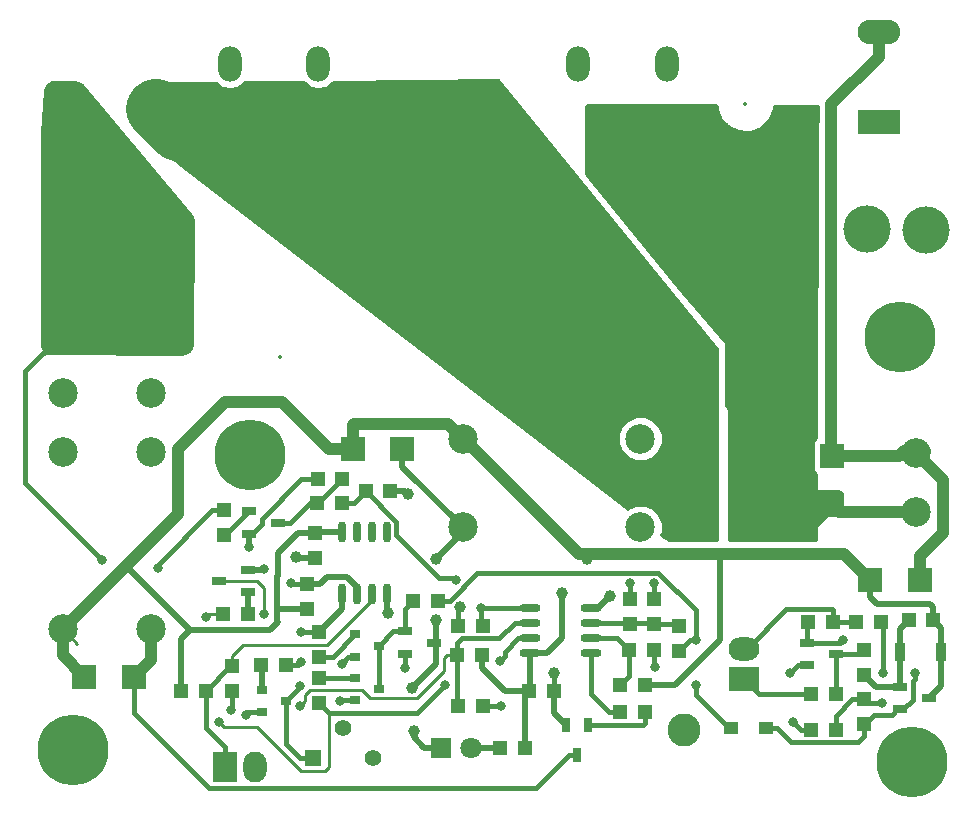
<source format=gbr>
%TF.GenerationSoftware,KiCad,Pcbnew,(6.0.0-rc1-dev-882-gdbc9130da)*%
%TF.CreationDate,2019-10-18T11:57:10+08:00*%
%TF.ProjectId,SoftStartLamp,536F667453746172744C616D702E6B69,rev?*%
%TF.SameCoordinates,Original*%
%TF.FileFunction,Copper,L1,Top,Signal*%
%TF.FilePolarity,Positive*%
%FSLAX46Y46*%
G04 Gerber Fmt 4.6, Leading zero omitted, Abs format (unit mm)*
G04 Created by KiCad (PCBNEW (6.0.0-rc1-dev-882-gdbc9130da)) date 2019/10/18 11:57:10*
%MOMM*%
%LPD*%
G01*
G04 APERTURE LIST*
%ADD10R,1.200000X1.200000*%
%ADD11R,1.250000X0.700000*%
%ADD12R,1.800000X1.800000*%
%ADD13C,1.800000*%
%ADD14C,6.000000*%
%ADD15C,0.800000*%
%ADD16R,2.600000X2.000000*%
%ADD17O,2.600000X2.000000*%
%ADD18R,1.400000X1.400000*%
%ADD19C,1.400000*%
%ADD20O,0.700000X1.800000*%
%ADD21R,2.000000X2.600000*%
%ADD22O,2.000000X2.600000*%
%ADD23C,4.000000*%
%ADD24R,0.900000X0.800000*%
%ADD25R,2.100000X3.600000*%
%ADD26O,2.100000X3.600000*%
%ADD27C,2.500000*%
%ADD28O,1.800000X0.700000*%
%ADD29R,0.700000X1.250000*%
%ADD30R,3.600000X2.100000*%
%ADD31O,3.600000X2.100000*%
%ADD32O,2.000000X3.000000*%
%ADD33R,2.000000X2.000000*%
%ADD34R,0.900000X1.500000*%
%ADD35R,1.250000X1.000000*%
%ADD36C,2.800000*%
%ADD37C,1.000000*%
%ADD38C,0.508000*%
%ADD39C,0.254000*%
%ADD40C,1.016000*%
%ADD41C,0.381000*%
%ADD42C,5.080000*%
%ADD43C,0.350000*%
%ADD44O,0.800000X1.800000*%
G04 APERTURE END LIST*
D10*
X75692000Y-82042000D03*
X77792000Y-82042000D03*
X64101000Y-99949000D03*
X66201000Y-99949000D03*
X69757000Y-93472000D03*
X67657000Y-93472000D03*
X67725000Y-84675000D03*
X67725000Y-86775000D03*
D11*
X67330000Y-90678000D03*
X69830000Y-89728000D03*
X69830000Y-91628000D03*
X72370000Y-85725000D03*
X69870000Y-86675000D03*
X69870000Y-84775000D03*
D10*
X93252000Y-104775000D03*
X91152000Y-104775000D03*
D12*
X86106000Y-104775000D03*
D13*
X88646000Y-104775000D03*
D14*
X70000000Y-80000000D03*
D15*
X70000000Y-77625000D03*
X67943190Y-78812500D03*
X67943190Y-81187500D03*
X70000000Y-82375000D03*
X72056810Y-81187500D03*
X72056810Y-78812500D03*
D14*
X55000000Y-105000000D03*
D15*
X55000000Y-102625000D03*
X52943190Y-103812500D03*
X52943190Y-106187500D03*
X55000000Y-107375000D03*
X57056810Y-106187500D03*
X57056810Y-103812500D03*
D14*
X125000000Y-70000000D03*
D15*
X125000000Y-67625000D03*
X122943190Y-68812500D03*
X122943190Y-71187500D03*
X125000000Y-72375000D03*
X127056810Y-71187500D03*
X127056810Y-68812500D03*
X128056810Y-104812500D03*
X128056810Y-107187500D03*
X126000000Y-108375000D03*
X123943190Y-107187500D03*
X123943190Y-104812500D03*
X126000000Y-103625000D03*
D14*
X126000000Y-106000000D03*
D16*
X111760000Y-98933000D03*
D17*
X111760000Y-96393000D03*
D18*
X75311000Y-105664000D03*
D19*
X80391000Y-105664000D03*
X77851000Y-103124000D03*
D20*
X77724000Y-86554000D03*
X78994000Y-86554000D03*
X80264000Y-86554000D03*
X81534000Y-86554000D03*
X81534000Y-91754000D03*
X80264000Y-91754000D03*
X78994000Y-91754000D03*
X77724000Y-91754000D03*
D21*
X67818000Y-106426000D03*
D22*
X70358000Y-106426000D03*
D10*
X73025000Y-97790000D03*
X70925000Y-97790000D03*
X87596000Y-101219000D03*
X89696000Y-101219000D03*
X79756000Y-83058000D03*
X81856000Y-83058000D03*
X75819000Y-98899000D03*
X75819000Y-100999000D03*
X75658000Y-84074000D03*
X77758000Y-84074000D03*
X119541000Y-103251000D03*
X117441000Y-103251000D03*
D23*
X57202000Y-60960000D03*
X62202000Y-60960000D03*
X122202000Y-60833000D03*
X127202000Y-60960000D03*
D24*
X71009000Y-99888000D03*
X71009000Y-101788000D03*
X73009000Y-100838000D03*
X78883000Y-98872000D03*
X78883000Y-100772000D03*
X80883000Y-99822000D03*
X78883000Y-95189000D03*
X78883000Y-97089000D03*
X80883000Y-96139000D03*
D25*
X61976000Y-50673000D03*
D26*
X54356000Y-50673000D03*
D27*
X126365000Y-79836000D03*
X126365000Y-84836000D03*
D10*
X68453000Y-97883000D03*
X68453000Y-99983000D03*
X89696000Y-94488000D03*
X87596000Y-94488000D03*
D28*
X93666000Y-96774000D03*
X93666000Y-95504000D03*
X93666000Y-94234000D03*
X93666000Y-92964000D03*
X98866000Y-92964000D03*
X98866000Y-94234000D03*
X98866000Y-95504000D03*
X98866000Y-96774000D03*
D10*
X89603000Y-96901000D03*
X87503000Y-96901000D03*
X74803000Y-92998000D03*
X74803000Y-90898000D03*
X75819000Y-97062000D03*
X75819000Y-94962000D03*
X83786000Y-92329000D03*
X85886000Y-92329000D03*
X102074000Y-96520000D03*
X104174000Y-96520000D03*
X117441000Y-100203000D03*
X119541000Y-100203000D03*
X104140000Y-94268000D03*
X104140000Y-92168000D03*
X121932294Y-98625657D03*
X121932294Y-96525657D03*
X121932294Y-102782657D03*
X121932294Y-100682657D03*
X103412000Y-101727000D03*
X101312000Y-101727000D03*
X123363294Y-94112657D03*
X121263294Y-94112657D03*
X106299000Y-96554000D03*
X106299000Y-94454000D03*
X127830000Y-93980000D03*
X125730000Y-93980000D03*
X103412000Y-99441000D03*
X101312000Y-99441000D03*
D11*
X85578000Y-95885000D03*
X83078000Y-96835000D03*
X83078000Y-94935000D03*
X119606294Y-96840657D03*
X117106294Y-97790657D03*
X117106294Y-95890657D03*
D29*
X97663000Y-105390000D03*
X96713000Y-102890000D03*
X98613000Y-102890000D03*
D11*
X127488000Y-100584000D03*
X124988000Y-101534000D03*
X124988000Y-99634000D03*
D27*
X113011000Y-86113000D03*
X108011000Y-86113000D03*
X103011000Y-86113000D03*
X113011000Y-78613000D03*
X108011000Y-78613000D03*
X103011000Y-78613000D03*
X88011000Y-86113000D03*
X88011000Y-78613000D03*
X61602000Y-69742000D03*
X61602000Y-74742000D03*
X61602000Y-79742000D03*
X54102000Y-69742000D03*
X54102000Y-74742000D03*
X54102000Y-79742000D03*
X61602000Y-94742000D03*
X54102000Y-94742000D03*
D30*
X123190000Y-51816000D03*
D31*
X123190000Y-44196000D03*
D32*
X97759000Y-46863000D03*
X105259000Y-46863000D03*
X75759000Y-46863000D03*
X68259000Y-46863000D03*
D33*
X78672000Y-79502000D03*
X82872000Y-79502000D03*
D34*
X128496000Y-96647000D03*
X124996000Y-96647000D03*
D35*
X110666000Y-103124000D03*
X113616000Y-103124000D03*
D33*
X55939000Y-98806000D03*
X60139000Y-98806000D03*
X119253000Y-80069000D03*
X119253000Y-84269000D03*
X122487000Y-90551000D03*
X126687000Y-90551000D03*
D10*
X75438000Y-88680000D03*
X75438000Y-86580000D03*
X119299294Y-94112657D03*
X117199294Y-94112657D03*
X102108000Y-94302000D03*
X102108000Y-92202000D03*
X93565000Y-99949000D03*
X95665000Y-99949000D03*
D36*
X106680000Y-103251000D03*
D37*
X114998000Y-52070000D03*
X116998000Y-52070000D03*
X109029000Y-52197000D03*
X106997000Y-52197000D03*
X101314000Y-52197000D03*
X104997000Y-52197000D03*
X99314000Y-52197000D03*
X102997000Y-52197000D03*
X96393000Y-91694000D03*
X98459989Y-88815999D03*
X115125000Y-83407000D03*
X111125000Y-83407000D03*
X117125000Y-81407000D03*
X115125000Y-81407000D03*
X117125000Y-83407000D03*
X113125000Y-83407000D03*
X111125000Y-81407000D03*
X113125000Y-81407000D03*
X102997000Y-53975000D03*
X102997000Y-55975000D03*
X104997000Y-53975000D03*
X108997000Y-53975000D03*
X106997000Y-55975000D03*
X106997000Y-53975000D03*
X104997000Y-55975000D03*
X108997000Y-55975000D03*
X101314000Y-55975000D03*
X99314000Y-55975000D03*
X101314000Y-53975000D03*
X99314000Y-53975000D03*
X110998000Y-73533000D03*
X110998000Y-75533000D03*
X112998000Y-73533000D03*
X116998000Y-73533000D03*
X114998000Y-75533000D03*
X114998000Y-73533000D03*
X112998000Y-75533000D03*
X116998000Y-75533000D03*
D15*
X115697000Y-98425000D03*
X104140000Y-90805000D03*
X102108000Y-90805000D03*
X104267000Y-97917000D03*
D37*
X95665000Y-98459000D03*
X100457000Y-91948000D03*
X87757000Y-92837000D03*
X83312000Y-83312000D03*
D15*
X91186000Y-101219000D03*
X77724000Y-97663000D03*
X77597000Y-100838000D03*
X83058000Y-98044000D03*
D37*
X81661000Y-93345000D03*
D15*
X115951000Y-102616000D03*
X69596000Y-101981000D03*
X68326000Y-101600000D03*
D37*
X110998000Y-53975000D03*
X112998000Y-53975000D03*
X114998000Y-53975000D03*
X116998000Y-53975000D03*
X110998000Y-55975000D03*
X112998000Y-55975000D03*
X114998000Y-55975000D03*
X116998000Y-55975000D03*
D15*
X71154000Y-89662000D03*
D37*
X73821000Y-88646000D03*
D15*
X120142000Y-95631000D03*
X123444000Y-100965000D03*
X107696000Y-95631000D03*
X107696000Y-99441000D03*
X126238000Y-98425000D03*
X123571000Y-98425000D03*
D37*
X85725000Y-93980000D03*
X85725000Y-88773000D03*
X83820000Y-103378000D03*
X83693000Y-99695000D03*
D15*
X69884000Y-87757000D03*
X87410000Y-90551000D03*
X89535000Y-92964000D03*
X62137000Y-89535000D03*
X57438000Y-88900000D03*
X73432999Y-90805000D03*
X74168000Y-99568000D03*
X74295000Y-97501000D03*
X74295000Y-94996000D03*
X86487000Y-99441000D03*
X91111002Y-97409000D03*
X66201000Y-93672001D03*
X67344000Y-102616000D03*
X71108998Y-93472000D03*
X74202000Y-101219000D03*
D38*
X128496000Y-99576000D02*
X127488000Y-100584000D01*
X128496000Y-96647000D02*
X128496000Y-99576000D01*
X93666000Y-99848000D02*
X93565000Y-99949000D01*
X93666000Y-96774000D02*
X93666000Y-99848000D01*
X92457000Y-99949000D02*
X93565000Y-99949000D01*
X91543000Y-99949000D02*
X92457000Y-99949000D01*
X89603000Y-98009000D02*
X91543000Y-99949000D01*
X89603000Y-96901000D02*
X89603000Y-98009000D01*
X75464000Y-86554000D02*
X75438000Y-86580000D01*
X77724000Y-86554000D02*
X75464000Y-86554000D01*
D39*
X55351999Y-95991999D02*
X54102000Y-94742000D01*
D38*
X95074000Y-96774000D02*
X96393000Y-95455000D01*
X93666000Y-96774000D02*
X95074000Y-96774000D01*
X96393000Y-95455000D02*
X96393000Y-91694000D01*
X88011000Y-78613000D02*
X98459989Y-88815999D01*
D40*
X89260999Y-79862999D02*
X88011000Y-78613000D01*
X97777001Y-88379001D02*
X89260999Y-79862999D01*
D38*
X109728000Y-95696602D02*
X109728000Y-88379001D01*
X105983602Y-99441000D02*
X109728000Y-95696602D01*
X103412000Y-99441000D02*
X105983602Y-99441000D01*
D40*
X109728000Y-88379001D02*
X97777001Y-88379001D01*
X78672000Y-77486000D02*
X78672000Y-79502000D01*
X78794999Y-77363001D02*
X78672000Y-77486000D01*
X86761001Y-77363001D02*
X78794999Y-77363001D01*
X88011000Y-78613000D02*
X86761001Y-77363001D01*
X54102000Y-96969000D02*
X55939000Y-98806000D01*
X54102000Y-94742000D02*
X54102000Y-96969000D01*
X63868001Y-84975999D02*
X63787001Y-85056999D01*
X63868001Y-79460157D02*
X63868001Y-84975999D01*
X67836159Y-75491999D02*
X63868001Y-79460157D01*
X72645999Y-75491999D02*
X67836159Y-75491999D01*
X76656000Y-79502000D02*
X72645999Y-75491999D01*
X78672000Y-79502000D02*
X76656000Y-79502000D01*
D38*
X93252000Y-100262000D02*
X93565000Y-99949000D01*
X93252000Y-104775000D02*
X93252000Y-100262000D01*
D40*
X120256001Y-88379001D02*
X122301000Y-90424000D01*
X109728000Y-88379001D02*
X120256001Y-88379001D01*
D38*
X127830000Y-92872000D02*
X127830000Y-93980000D01*
X127575999Y-92617999D02*
X127830000Y-92872000D01*
X123045999Y-92617999D02*
X127575999Y-92617999D01*
X122487000Y-92059000D02*
X123045999Y-92617999D01*
X122487000Y-90551000D02*
X122487000Y-92059000D01*
X128496000Y-94646000D02*
X127830000Y-93980000D01*
X128496000Y-96647000D02*
X128496000Y-94646000D01*
D40*
X63787001Y-85056999D02*
X59436000Y-89408000D01*
X59436000Y-89408000D02*
X54102000Y-94742000D01*
D38*
X72316001Y-90202236D02*
X72270998Y-90247239D01*
X72316001Y-88283237D02*
X72316001Y-90202236D01*
X75438000Y-86580000D02*
X74019238Y-86580000D01*
X74019238Y-86580000D02*
X72316001Y-88283237D01*
X73474000Y-92998000D02*
X74803000Y-92998000D01*
X72270998Y-90247239D02*
X72270998Y-91794998D01*
X72270998Y-94148998D02*
X72297000Y-94175000D01*
X72297000Y-94175000D02*
X71637999Y-94834001D01*
X72304998Y-92998000D02*
X72270998Y-92964000D01*
X74803000Y-92998000D02*
X72304998Y-92998000D01*
X72270998Y-91794998D02*
X72270998Y-92964000D01*
X72270998Y-92964000D02*
X72270998Y-94148998D01*
X64862001Y-94834001D02*
X59436000Y-89408000D01*
X71637999Y-94834001D02*
X64862001Y-94834001D01*
X64101000Y-95595002D02*
X64862001Y-94834001D01*
X64101000Y-99949000D02*
X64101000Y-95595002D01*
D40*
X117409000Y-86113000D02*
X119253000Y-84269000D01*
X113011000Y-86113000D02*
X117409000Y-86113000D01*
D41*
X117106294Y-97790657D02*
X116331343Y-97790657D01*
X116331343Y-97790657D02*
X115697000Y-98425000D01*
X104140000Y-92168000D02*
X104140000Y-90805000D01*
X102108000Y-92202000D02*
X102108000Y-90805000D01*
X104174000Y-96520000D02*
X104174000Y-97824000D01*
X104174000Y-97824000D02*
X104267000Y-97917000D01*
D38*
X95665000Y-101842000D02*
X96713000Y-102890000D01*
X95665000Y-99949000D02*
X95665000Y-101842000D01*
D41*
X95665000Y-98459000D02*
X95665000Y-98459000D01*
X95665000Y-98459000D02*
X95631000Y-98425000D01*
X95665000Y-99949000D02*
X95665000Y-98459000D01*
X100457000Y-91948000D02*
X100457000Y-91948000D01*
D38*
X99441000Y-92964000D02*
X100457000Y-91948000D01*
X98866000Y-92964000D02*
X99441000Y-92964000D01*
D41*
X87596000Y-94488000D02*
X87596000Y-92998000D01*
X87596000Y-92998000D02*
X87757000Y-92837000D01*
D38*
X81856000Y-83058000D02*
X83058000Y-83058000D01*
X83058000Y-83058000D02*
X83312000Y-83312000D01*
D41*
X89696000Y-101219000D02*
X91186000Y-101219000D01*
X78883000Y-97089000D02*
X78298000Y-97089000D01*
X78298000Y-97089000D02*
X77724000Y-97663000D01*
X78883000Y-100772000D02*
X77663000Y-100772000D01*
X77663000Y-100772000D02*
X77597000Y-100838000D01*
X83078000Y-96835000D02*
X83078000Y-98024000D01*
X83078000Y-98024000D02*
X83058000Y-98044000D01*
D38*
X81534000Y-91754000D02*
X81534000Y-93218000D01*
X81534000Y-93218000D02*
X81661000Y-93345000D01*
D41*
X117441000Y-103251000D02*
X116586000Y-103251000D01*
X116586000Y-103251000D02*
X115951000Y-102616000D01*
X71009000Y-101788000D02*
X69789000Y-101788000D01*
X69789000Y-101788000D02*
X69596000Y-101981000D01*
X68453000Y-99983000D02*
X68453000Y-101473000D01*
X68453000Y-101473000D02*
X68326000Y-101600000D01*
D40*
X119253000Y-84269000D02*
X116899000Y-84269000D01*
X118042000Y-84269000D02*
X117348000Y-84963000D01*
X119253000Y-84269000D02*
X118042000Y-84269000D01*
X117864106Y-83439000D02*
X119761000Y-83439000D01*
X117832106Y-83407000D02*
X117864106Y-83439000D01*
X117125000Y-83407000D02*
X117832106Y-83407000D01*
X119820000Y-84836000D02*
X119253000Y-84269000D01*
X126365000Y-84836000D02*
X119820000Y-84836000D01*
D39*
X70331000Y-89728000D02*
X71154000Y-89662000D01*
D38*
X74134000Y-88680000D02*
X75438000Y-88680000D01*
X73821000Y-88646000D02*
X74134000Y-88680000D01*
X71088000Y-89728000D02*
X71154000Y-89662000D01*
X69830000Y-89728000D02*
X71088000Y-89728000D01*
D41*
X104106000Y-94234000D02*
X104140000Y-94268000D01*
X98866000Y-94234000D02*
X104106000Y-94234000D01*
X106113000Y-94268000D02*
X106299000Y-94454000D01*
X104140000Y-94268000D02*
X106113000Y-94268000D01*
X121263294Y-94112657D02*
X119299294Y-94112657D01*
X112060000Y-96393000D02*
X111760000Y-96393000D01*
X115384844Y-93068156D02*
X112060000Y-96393000D01*
X119235793Y-93068156D02*
X115384844Y-93068156D01*
X119299294Y-93131657D02*
X119235793Y-93068156D01*
X119299294Y-94112657D02*
X119299294Y-93131657D01*
X119541000Y-102270000D02*
X119541000Y-103251000D01*
X119541000Y-102092951D02*
X119541000Y-102270000D01*
X120951294Y-100682657D02*
X119541000Y-102092951D01*
X121932294Y-100682657D02*
X120951294Y-100682657D01*
X117106294Y-94205657D02*
X117199294Y-94112657D01*
X117106294Y-95890657D02*
X117106294Y-94205657D01*
X117106294Y-95890657D02*
X119882343Y-95890657D01*
X119882343Y-95890657D02*
X120142000Y-95631000D01*
X122214637Y-100965000D02*
X121932294Y-100682657D01*
X123444000Y-100965000D02*
X122214637Y-100965000D01*
D40*
X119185999Y-79815999D02*
X119380000Y-80010000D01*
X119185999Y-74295000D02*
X119185999Y-79815999D01*
X119185999Y-80001999D02*
X119185999Y-74295000D01*
X119253000Y-80069000D02*
X119185999Y-80001999D01*
X125349000Y-79629000D02*
X124909000Y-80069000D01*
X124909000Y-80069000D02*
X119253000Y-80069000D01*
X125349000Y-79629000D02*
X127116766Y-79629000D01*
X127614999Y-81085999D02*
X126365000Y-79836000D01*
X128631001Y-82102001D02*
X127614999Y-81085999D01*
X128631001Y-86590999D02*
X128631001Y-82102001D01*
X126687000Y-88535000D02*
X128631001Y-86590999D01*
X126687000Y-90551000D02*
X126687000Y-88535000D01*
X119185999Y-50266001D02*
X119185999Y-58420000D01*
X123190000Y-46262000D02*
X119185999Y-50266001D01*
X123190000Y-44196000D02*
X123190000Y-46262000D01*
X119185999Y-74295000D02*
X119185999Y-58420000D01*
X61602000Y-97343000D02*
X60139000Y-98806000D01*
X61602000Y-94742000D02*
X61602000Y-97343000D01*
D41*
X60139000Y-100187000D02*
X60139000Y-98806000D01*
X60139000Y-101847102D02*
X60139000Y-100187000D01*
X66462399Y-108170501D02*
X60139000Y-101847102D01*
X94151499Y-108170501D02*
X66462399Y-108170501D01*
X96932000Y-105390000D02*
X94151499Y-108170501D01*
X97663000Y-105390000D02*
X96932000Y-105390000D01*
X110541000Y-103124000D02*
X110666000Y-103124000D01*
X107696000Y-100279000D02*
X110541000Y-103124000D01*
X107696000Y-99441000D02*
X107696000Y-100279000D01*
X107222000Y-95631000D02*
X106299000Y-96554000D01*
X107696000Y-95631000D02*
X107222000Y-95631000D01*
X86867000Y-92329000D02*
X85886000Y-92329000D01*
X89181500Y-90014500D02*
X86867000Y-92329000D01*
X99035270Y-90014500D02*
X89181500Y-90014500D01*
X99089271Y-89960499D02*
X99035270Y-90014500D01*
X104545361Y-89960499D02*
X99089271Y-89960499D01*
X107696000Y-93111138D02*
X104545361Y-89960499D01*
X107696000Y-95631000D02*
X107696000Y-93111138D01*
X123571000Y-94320363D02*
X123363294Y-94112657D01*
X123571000Y-98425000D02*
X123571000Y-94320363D01*
X121932294Y-102782657D02*
X121932294Y-102730706D01*
X121932294Y-102782657D02*
X122007343Y-102782657D01*
X122809000Y-101981000D02*
X124333000Y-101981000D01*
X122007343Y-102782657D02*
X122809000Y-101981000D01*
X124780000Y-101534000D02*
X124333000Y-101981000D01*
X124988000Y-101534000D02*
X124780000Y-101534000D01*
X125263000Y-101534000D02*
X124988000Y-101534000D01*
X126057501Y-100739499D02*
X125263000Y-101534000D01*
X126057501Y-99171184D02*
X126057501Y-100739499D01*
X126238000Y-98990685D02*
X126057501Y-99171184D01*
X126238000Y-98425000D02*
X126238000Y-98990685D01*
X114622000Y-103124000D02*
X113616000Y-103124000D01*
X115793501Y-104295501D02*
X114622000Y-103124000D01*
X121400450Y-104295501D02*
X115793501Y-104295501D01*
X121932294Y-103763657D02*
X121400450Y-104295501D01*
X121932294Y-102782657D02*
X121932294Y-103763657D01*
D38*
X124988000Y-96655000D02*
X124996000Y-96647000D01*
X124988000Y-99634000D02*
X124988000Y-96655000D01*
X124996000Y-94714000D02*
X125730000Y-93980000D01*
X124996000Y-96647000D02*
X124996000Y-94714000D01*
X122940637Y-99634000D02*
X121932294Y-98625657D01*
X124988000Y-99634000D02*
X122940637Y-99634000D01*
X85725000Y-95738000D02*
X85578000Y-95885000D01*
X85725000Y-93980000D02*
X85725000Y-95738000D01*
X87975000Y-86113000D02*
X88011000Y-86113000D01*
X82872000Y-81010000D02*
X87975000Y-86113000D01*
X82872000Y-79502000D02*
X82872000Y-81010000D01*
X88011000Y-86487000D02*
X85725000Y-88773000D01*
X88011000Y-86113000D02*
X88011000Y-86487000D01*
X84698000Y-104775000D02*
X83820000Y-103897000D01*
X86106000Y-104775000D02*
X84698000Y-104775000D01*
X83820000Y-103897000D02*
X83820000Y-103378000D01*
X85725000Y-97663000D02*
X85725000Y-95738000D01*
X83693000Y-99695000D02*
X85725000Y-97663000D01*
X69870000Y-86675000D02*
X69870000Y-87743000D01*
X69870000Y-87743000D02*
X69884000Y-87757000D01*
D41*
X74711000Y-82042000D02*
X75692000Y-82042000D01*
X74277898Y-82042000D02*
X74711000Y-82042000D01*
X70939501Y-85380397D02*
X74277898Y-82042000D01*
X70939501Y-85880499D02*
X70939501Y-85380397D01*
X70145000Y-86675000D02*
X70939501Y-85880499D01*
X69870000Y-86675000D02*
X70145000Y-86675000D01*
X99344000Y-102890000D02*
X98613000Y-102890000D01*
X103230000Y-102890000D02*
X99344000Y-102890000D01*
X103412000Y-102708000D02*
X103230000Y-102890000D01*
X103412000Y-101727000D02*
X103412000Y-102708000D01*
X119541000Y-96905951D02*
X119606294Y-96840657D01*
X119541000Y-100203000D02*
X119541000Y-96905951D01*
X121617294Y-96840657D02*
X121932294Y-96525657D01*
X119606294Y-96840657D02*
X121617294Y-96840657D01*
X83078000Y-93037000D02*
X83786000Y-92329000D01*
X83078000Y-94935000D02*
X83078000Y-93037000D01*
X82087000Y-94935000D02*
X80883000Y-96139000D01*
X83078000Y-94935000D02*
X82087000Y-94935000D01*
X80883000Y-99822000D02*
X80883000Y-96139000D01*
X77010000Y-97062000D02*
X78883000Y-95189000D01*
X76200000Y-97062000D02*
X77010000Y-97062000D01*
X89535000Y-94327000D02*
X89696000Y-94488000D01*
X93666000Y-92964000D02*
X89535000Y-92964000D01*
X89535000Y-92964000D02*
X89535000Y-94327000D01*
X78740000Y-84074000D02*
X79756000Y-83058000D01*
X77758000Y-84074000D02*
X78740000Y-84074000D01*
X82328510Y-86774372D02*
X85978138Y-90424000D01*
X79756000Y-83058000D02*
X82328510Y-85630510D01*
X82328510Y-85630510D02*
X82328510Y-86774372D01*
X85978138Y-90424000D02*
X87283000Y-90424000D01*
X87283000Y-90424000D02*
X87410000Y-90551000D01*
D39*
X80264000Y-92304000D02*
X80264000Y-91754000D01*
X76487001Y-96080999D02*
X80264000Y-92304000D01*
X69401001Y-96080999D02*
X76487001Y-96080999D01*
X68453000Y-97029000D02*
X69401001Y-96080999D01*
X68453000Y-97883000D02*
X68453000Y-97029000D01*
D41*
X68267000Y-97883000D02*
X66201000Y-99949000D01*
X68453000Y-97883000D02*
X68267000Y-97883000D01*
X67818000Y-106426000D02*
X67818000Y-104745000D01*
X67818000Y-104745000D02*
X66201000Y-103128000D01*
X66201000Y-103128000D02*
X66201000Y-100930000D01*
X66201000Y-100930000D02*
X66201000Y-99949000D01*
D42*
X87096242Y-52578000D02*
X88469252Y-53951010D01*
X61976000Y-50673000D02*
X63881000Y-52578000D01*
D41*
X66744000Y-84675000D02*
X62137000Y-89282000D01*
X67725000Y-84675000D02*
X66744000Y-84675000D01*
X62137000Y-89282000D02*
X62137000Y-89535000D01*
X57438000Y-88900000D02*
X50948510Y-82410510D01*
X50948510Y-72895490D02*
X54102000Y-69742000D01*
X50948510Y-82410510D02*
X50948510Y-72895490D01*
X75846000Y-98872000D02*
X75819000Y-98899000D01*
X78883000Y-98872000D02*
X75846000Y-98872000D01*
D38*
X71009000Y-97874000D02*
X70925000Y-97790000D01*
X71009000Y-99888000D02*
X71009000Y-97874000D01*
X78994000Y-91204000D02*
X78994000Y-91754000D01*
X78136000Y-90346000D02*
X78994000Y-91204000D01*
X76463000Y-90346000D02*
X78136000Y-90346000D01*
X75911000Y-90898000D02*
X76463000Y-90346000D01*
X74803000Y-90898000D02*
X75911000Y-90898000D01*
D41*
X73009000Y-101619000D02*
X73009000Y-100838000D01*
X73009000Y-104443000D02*
X73009000Y-101619000D01*
X74230000Y-105664000D02*
X73009000Y-104443000D01*
X75311000Y-105664000D02*
X74230000Y-105664000D01*
X74803000Y-90898000D02*
X73525999Y-90898000D01*
X73525999Y-90898000D02*
X73432999Y-90805000D01*
X74168000Y-99679000D02*
X73009000Y-100838000D01*
X74168000Y-99568000D02*
X74168000Y-99679000D01*
X101058000Y-95504000D02*
X98866000Y-95504000D01*
X102074000Y-96520000D02*
X101058000Y-95504000D01*
X102074000Y-98679000D02*
X101312000Y-99441000D01*
X102074000Y-96520000D02*
X102074000Y-98679000D01*
X98866000Y-97505000D02*
X98866000Y-96774000D01*
X98866000Y-100262000D02*
X98866000Y-97505000D01*
X100331000Y-101727000D02*
X98866000Y-100262000D01*
X101312000Y-101727000D02*
X100331000Y-101727000D01*
X113030000Y-100203000D02*
X111760000Y-98933000D01*
X117441000Y-100203000D02*
X113030000Y-100203000D01*
D38*
X77724000Y-93057000D02*
X75819000Y-94962000D01*
X77724000Y-91754000D02*
X77724000Y-93057000D01*
D41*
X74006000Y-97790000D02*
X74295000Y-97501000D01*
X73025000Y-97790000D02*
X74006000Y-97790000D01*
X74329000Y-94962000D02*
X74295000Y-94996000D01*
X75819000Y-94962000D02*
X74329000Y-94962000D01*
X87503000Y-101126000D02*
X87596000Y-101219000D01*
X87503000Y-96901000D02*
X87503000Y-101126000D01*
X87503000Y-95920000D02*
X87503000Y-96901000D01*
X87890499Y-95532501D02*
X87503000Y-95920000D01*
X91086499Y-95532501D02*
X87890499Y-95532501D01*
X92385000Y-94234000D02*
X91086499Y-95532501D01*
X93666000Y-94234000D02*
X92385000Y-94234000D01*
X76674000Y-101854000D02*
X84074000Y-101854000D01*
X75819000Y-100999000D02*
X76674000Y-101854000D01*
X84074000Y-101854000D02*
X86487000Y-99441000D01*
X91511001Y-97009001D02*
X91111002Y-97409000D01*
X91511001Y-96660671D02*
X91511001Y-97009001D01*
X92667672Y-95504000D02*
X91511001Y-96660671D01*
X93666000Y-95504000D02*
X92667672Y-95504000D01*
D39*
X67657000Y-93472000D02*
X66401001Y-93472000D01*
X66401001Y-93472000D02*
X66201000Y-93672001D01*
X76674000Y-106386802D02*
X76674000Y-101854000D01*
X76315801Y-106745001D02*
X76674000Y-106386802D01*
X74306199Y-106745001D02*
X76315801Y-106745001D01*
X70577197Y-103015999D02*
X74306199Y-106745001D01*
X67743999Y-103015999D02*
X70577197Y-103015999D01*
X67344000Y-102616000D02*
X67743999Y-103015999D01*
D38*
X91152000Y-104775000D02*
X88646000Y-104775000D01*
D41*
X75027000Y-84074000D02*
X75658000Y-84074000D01*
X73376000Y-85725000D02*
X75027000Y-84074000D01*
X72370000Y-85725000D02*
X73376000Y-85725000D01*
X75760000Y-84074000D02*
X77792000Y-82042000D01*
X75658000Y-84074000D02*
X75760000Y-84074000D01*
X67870000Y-86775000D02*
X69870000Y-84775000D01*
X67725000Y-86775000D02*
X67870000Y-86775000D01*
D39*
X67437000Y-90571000D02*
X67330000Y-90678000D01*
X70540802Y-90678000D02*
X71154000Y-91291198D01*
X67330000Y-90678000D02*
X70540802Y-90678000D01*
X71154000Y-91291198D02*
X71154000Y-93426998D01*
X71154000Y-93426998D02*
X71108998Y-93472000D01*
X80128199Y-100603001D02*
X84088881Y-100603001D01*
X79405199Y-99880001D02*
X80128199Y-100603001D01*
X75052197Y-99880001D02*
X79405199Y-99880001D01*
X74601999Y-100330199D02*
X75052197Y-99880001D01*
X74601999Y-100819001D02*
X74601999Y-100330199D01*
X74202000Y-101219000D02*
X74601999Y-100819001D01*
X86649000Y-96901000D02*
X86394000Y-97156000D01*
X87503000Y-96901000D02*
X86649000Y-96901000D01*
X86394000Y-97156000D02*
X86394000Y-98297882D01*
X84088881Y-100603001D02*
X86394000Y-98297882D01*
D38*
X69757000Y-91701000D02*
X69830000Y-91628000D01*
X69757000Y-93472000D02*
X69757000Y-91701000D01*
D39*
G36*
X55401415Y-48470641D02*
X55710619Y-48706068D01*
X64905506Y-59553725D01*
X65065822Y-59830345D01*
X65119756Y-60145478D01*
X65032454Y-70576774D01*
X64961051Y-70921263D01*
X64770600Y-71201807D01*
X64487414Y-71388304D01*
X64141956Y-71454869D01*
X53207092Y-71393012D01*
X52862491Y-71322576D01*
X52581475Y-71132975D01*
X52394185Y-70850404D01*
X52326584Y-70505240D01*
X52372093Y-52730539D01*
X52374721Y-52662786D01*
X52634278Y-49206501D01*
X52721247Y-48882105D01*
X52913510Y-48621651D01*
X53187632Y-48449431D01*
X53517624Y-48387000D01*
X55021897Y-48387000D01*
X55401415Y-48470641D01*
X55401415Y-48470641D01*
G37*
X55401415Y-48470641D02*
X55710619Y-48706068D01*
X64905506Y-59553725D01*
X65065822Y-59830345D01*
X65119756Y-60145478D01*
X65032454Y-70576774D01*
X64961051Y-70921263D01*
X64770600Y-71201807D01*
X64487414Y-71388304D01*
X64141956Y-71454869D01*
X53207092Y-71393012D01*
X52862491Y-71322576D01*
X52581475Y-71132975D01*
X52394185Y-70850404D01*
X52326584Y-70505240D01*
X52372093Y-52730539D01*
X52374721Y-52662786D01*
X52634278Y-49206501D01*
X52721247Y-48882105D01*
X52913510Y-48621651D01*
X53187632Y-48449431D01*
X53517624Y-48387000D01*
X55021897Y-48387000D01*
X55401415Y-48470641D01*
G36*
X109474000Y-70986188D02*
X109474000Y-87236001D01*
X105436375Y-87236001D01*
X104791827Y-86739446D01*
X104896000Y-86487950D01*
X104896000Y-85738050D01*
X104609026Y-85045233D01*
X104078767Y-84514974D01*
X103385950Y-84228000D01*
X102636050Y-84228000D01*
X101943233Y-84514974D01*
X101926324Y-84531883D01*
X93756682Y-78238050D01*
X101126000Y-78238050D01*
X101126000Y-78987950D01*
X101412974Y-79680767D01*
X101943233Y-80211026D01*
X102636050Y-80498000D01*
X103385950Y-80498000D01*
X104078767Y-80211026D01*
X104609026Y-79680767D01*
X104896000Y-78987950D01*
X104896000Y-78238050D01*
X104609026Y-77545233D01*
X104078767Y-77014974D01*
X103385950Y-76728000D01*
X102636050Y-76728000D01*
X101943233Y-77014974D01*
X101412974Y-77545233D01*
X101126000Y-78238050D01*
X93756682Y-78238050D01*
X63806483Y-55164635D01*
X84708483Y-57379037D01*
X84721863Y-57252744D01*
X84734574Y-57126382D01*
X63592322Y-54999646D01*
X63450507Y-54890393D01*
X63436912Y-54908040D01*
X61334801Y-53273065D01*
X60846571Y-48512826D01*
X67026267Y-48461005D01*
X67080232Y-48541769D01*
X67621056Y-48903136D01*
X68259000Y-49030031D01*
X68896945Y-48903136D01*
X69437769Y-48541769D01*
X69505626Y-48440213D01*
X74484477Y-48398462D01*
X74580232Y-48541769D01*
X75121056Y-48903136D01*
X75759000Y-49030031D01*
X76396945Y-48903136D01*
X76937769Y-48541769D01*
X77047887Y-48376966D01*
X90935617Y-48260507D01*
X109474000Y-70986188D01*
X109474000Y-70986188D01*
G37*
X109474000Y-70986188D02*
X109474000Y-87236001D01*
X105436375Y-87236001D01*
X104791827Y-86739446D01*
X104896000Y-86487950D01*
X104896000Y-85738050D01*
X104609026Y-85045233D01*
X104078767Y-84514974D01*
X103385950Y-84228000D01*
X102636050Y-84228000D01*
X101943233Y-84514974D01*
X101926324Y-84531883D01*
X93756682Y-78238050D01*
X101126000Y-78238050D01*
X101126000Y-78987950D01*
X101412974Y-79680767D01*
X101943233Y-80211026D01*
X102636050Y-80498000D01*
X103385950Y-80498000D01*
X104078767Y-80211026D01*
X104609026Y-79680767D01*
X104896000Y-78987950D01*
X104896000Y-78238050D01*
X104609026Y-77545233D01*
X104078767Y-77014974D01*
X103385950Y-76728000D01*
X102636050Y-76728000D01*
X101943233Y-77014974D01*
X101412974Y-77545233D01*
X101126000Y-78238050D01*
X93756682Y-78238050D01*
X63806483Y-55164635D01*
X84708483Y-57379037D01*
X84721863Y-57252744D01*
X84734574Y-57126382D01*
X63592322Y-54999646D01*
X63450507Y-54890393D01*
X63436912Y-54908040D01*
X61334801Y-53273065D01*
X60846571Y-48512826D01*
X67026267Y-48461005D01*
X67080232Y-48541769D01*
X67621056Y-48903136D01*
X68259000Y-49030031D01*
X68896945Y-48903136D01*
X69437769Y-48541769D01*
X69505626Y-48440213D01*
X74484477Y-48398462D01*
X74580232Y-48541769D01*
X75121056Y-48903136D01*
X75759000Y-49030031D01*
X76396945Y-48903136D01*
X76937769Y-48541769D01*
X77047887Y-48376966D01*
X90935617Y-48260507D01*
X109474000Y-70986188D01*
G36*
X117983008Y-53338583D02*
X117983001Y-53339486D01*
X117880875Y-78553938D01*
X117795191Y-78611191D01*
X117654843Y-78821235D01*
X117605560Y-79069000D01*
X117605560Y-81069000D01*
X117654843Y-81316765D01*
X117795191Y-81526809D01*
X117868636Y-81575883D01*
X117845710Y-87236001D01*
X110501479Y-87236001D01*
X110490000Y-76072869D01*
X110480283Y-76024279D01*
X110452803Y-75983197D01*
X110236000Y-75766394D01*
X110236000Y-53086805D01*
X110249464Y-51980363D01*
X110551006Y-52281905D01*
X111427594Y-52645000D01*
X112376406Y-52645000D01*
X113252994Y-52281905D01*
X113923905Y-51610994D01*
X114287000Y-50734406D01*
X114287000Y-50419000D01*
X118015576Y-50419000D01*
X117983008Y-53338583D01*
X117983008Y-53338583D01*
G37*
X117983008Y-53338583D02*
X117983001Y-53339486D01*
X117880875Y-78553938D01*
X117795191Y-78611191D01*
X117654843Y-78821235D01*
X117605560Y-79069000D01*
X117605560Y-81069000D01*
X117654843Y-81316765D01*
X117795191Y-81526809D01*
X117868636Y-81575883D01*
X117845710Y-87236001D01*
X110501479Y-87236001D01*
X110490000Y-76072869D01*
X110480283Y-76024279D01*
X110452803Y-75983197D01*
X110236000Y-75766394D01*
X110236000Y-53086805D01*
X110249464Y-51980363D01*
X110551006Y-52281905D01*
X111427594Y-52645000D01*
X112376406Y-52645000D01*
X113252994Y-52281905D01*
X113923905Y-51610994D01*
X114287000Y-50734406D01*
X114287000Y-50419000D01*
X118015576Y-50419000D01*
X117983008Y-53338583D01*
D38*
G36*
X109390000Y-50759668D02*
X109772429Y-51682934D01*
X110479066Y-52389571D01*
X111402332Y-52772000D01*
X111649289Y-52772000D01*
X111566772Y-71821607D01*
X106351804Y-65752367D01*
X98555020Y-56194509D01*
X98584671Y-50546000D01*
X109390000Y-50546000D01*
X109390000Y-50759668D01*
X109390000Y-50759668D01*
G37*
X109390000Y-50759668D02*
X109772429Y-51682934D01*
X110479066Y-52389571D01*
X111402332Y-52772000D01*
X111649289Y-52772000D01*
X111566772Y-71821607D01*
X106351804Y-65752367D01*
X98555020Y-56194509D01*
X98584671Y-50546000D01*
X109390000Y-50546000D01*
X109390000Y-50759668D01*
D43*
X114998000Y-52070000D03*
X116998000Y-52070000D03*
X109029000Y-52197000D03*
X106997000Y-52197000D03*
X101314000Y-52197000D03*
X104997000Y-52197000D03*
X99314000Y-52197000D03*
X102997000Y-52197000D03*
X96393000Y-91694000D03*
X98459989Y-88815999D03*
X115125000Y-83407000D03*
X111125000Y-83407000D03*
X117125000Y-81407000D03*
X115125000Y-81407000D03*
X117125000Y-83407000D03*
X113125000Y-83407000D03*
X111125000Y-81407000D03*
X113125000Y-81407000D03*
X102997000Y-53975000D03*
X102997000Y-55975000D03*
X104997000Y-53975000D03*
X108997000Y-53975000D03*
X106997000Y-55975000D03*
X106997000Y-53975000D03*
X104997000Y-55975000D03*
X108997000Y-55975000D03*
X101314000Y-55975000D03*
X99314000Y-55975000D03*
X101314000Y-53975000D03*
X99314000Y-53975000D03*
X110998000Y-73533000D03*
X110998000Y-75533000D03*
X112998000Y-73533000D03*
X116998000Y-73533000D03*
X114998000Y-75533000D03*
X114998000Y-73533000D03*
X112998000Y-75533000D03*
X116998000Y-75533000D03*
X115697000Y-98425000D03*
X104140000Y-90805000D03*
X102108000Y-90805000D03*
X104267000Y-97917000D03*
X95665000Y-98459000D03*
X100457000Y-91948000D03*
X87757000Y-92837000D03*
X83312000Y-83312000D03*
X91186000Y-101219000D03*
X77724000Y-97663000D03*
X77597000Y-100838000D03*
X83058000Y-98044000D03*
X81661000Y-93345000D03*
X115951000Y-102616000D03*
X69596000Y-101981000D03*
X68326000Y-101600000D03*
X110998000Y-53975000D03*
X112998000Y-53975000D03*
X114998000Y-53975000D03*
X116998000Y-53975000D03*
X110998000Y-55975000D03*
X112998000Y-55975000D03*
X114998000Y-55975000D03*
X116998000Y-55975000D03*
X71154000Y-89662000D03*
X73821000Y-88646000D03*
X120142000Y-95631000D03*
X123444000Y-100965000D03*
X107696000Y-95631000D03*
X107696000Y-99441000D03*
X126238000Y-98425000D03*
X123571000Y-98425000D03*
X85725000Y-93980000D03*
X85725000Y-88773000D03*
X83820000Y-103378000D03*
X83693000Y-99695000D03*
X69884000Y-87757000D03*
X87410000Y-90551000D03*
X89535000Y-92964000D03*
X62137000Y-89535000D03*
X57438000Y-88900000D03*
X73432999Y-90805000D03*
X74168000Y-99568000D03*
X74295000Y-97501000D03*
X74295000Y-94996000D03*
X86487000Y-99441000D03*
X91111002Y-97409000D03*
X66201000Y-93672001D03*
X67344000Y-102616000D03*
X71108998Y-93472000D03*
X74202000Y-101219000D03*
X86106000Y-104775000D03*
X88646000Y-104775000D03*
X70000000Y-80000000D03*
X70000000Y-77625000D03*
X67943190Y-78812500D03*
X67943190Y-81187500D03*
X70000000Y-82375000D03*
X72056810Y-81187500D03*
X72056810Y-78812500D03*
X55000000Y-105000000D03*
X55000000Y-102625000D03*
X52943190Y-103812500D03*
X52943190Y-106187500D03*
X55000000Y-107375000D03*
X57056810Y-106187500D03*
X57056810Y-103812500D03*
X125000000Y-70000000D03*
X125000000Y-67625000D03*
X122943190Y-68812500D03*
X122943190Y-71187500D03*
X125000000Y-72375000D03*
X127056810Y-71187500D03*
X127056810Y-68812500D03*
X128056810Y-104812500D03*
X128056810Y-107187500D03*
X126000000Y-108375000D03*
X123943190Y-107187500D03*
X123943190Y-104812500D03*
X126000000Y-103625000D03*
X126000000Y-106000000D03*
X111760000Y-98933000D03*
X111760000Y-96393000D03*
X75311000Y-105664000D03*
X80391000Y-105664000D03*
X77851000Y-103124000D03*
X67818000Y-106426000D03*
X70358000Y-106426000D03*
X57202000Y-60960000D03*
X62202000Y-60960000D03*
X122202000Y-60833000D03*
X127202000Y-60960000D03*
X72502000Y-71660000D03*
X111902000Y-50260000D03*
X61976000Y-50673000D03*
X54356000Y-50673000D03*
X126365000Y-79836000D03*
X126365000Y-84836000D03*
X113011000Y-86113000D03*
X108011000Y-86113000D03*
X103011000Y-86113000D03*
X113011000Y-78613000D03*
X108011000Y-78613000D03*
X103011000Y-78613000D03*
X88011000Y-86113000D03*
X88011000Y-78613000D03*
X61602000Y-69742000D03*
X61602000Y-74742000D03*
X61602000Y-79742000D03*
X54102000Y-69742000D03*
X54102000Y-74742000D03*
X54102000Y-79742000D03*
X61602000Y-94742000D03*
X54102000Y-94742000D03*
X123190000Y-51816000D03*
X123190000Y-44196000D03*
D44*
X97759000Y-46863000D03*
X105259000Y-46863000D03*
X75759000Y-46863000D03*
X68259000Y-46863000D03*
D43*
X106680000Y-103251000D03*
M02*

</source>
